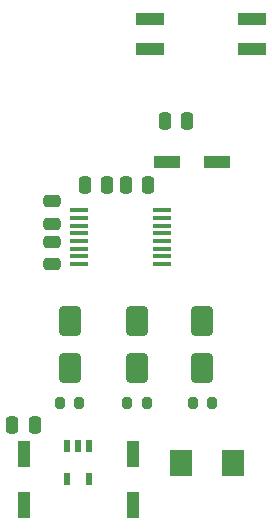
<source format=gbr>
%TF.GenerationSoftware,KiCad,Pcbnew,7.0.9*%
%TF.CreationDate,2024-01-09T17:40:00-08:00*%
%TF.ProjectId,RS-232 Logger,52532d32-3332-4204-9c6f-676765722e6b,rev?*%
%TF.SameCoordinates,Original*%
%TF.FileFunction,Paste,Top*%
%TF.FilePolarity,Positive*%
%FSLAX46Y46*%
G04 Gerber Fmt 4.6, Leading zero omitted, Abs format (unit mm)*
G04 Created by KiCad (PCBNEW 7.0.9) date 2024-01-09 17:40:00*
%MOMM*%
%LPD*%
G01*
G04 APERTURE LIST*
G04 Aperture macros list*
%AMRoundRect*
0 Rectangle with rounded corners*
0 $1 Rounding radius*
0 $2 $3 $4 $5 $6 $7 $8 $9 X,Y pos of 4 corners*
0 Add a 4 corners polygon primitive as box body*
4,1,4,$2,$3,$4,$5,$6,$7,$8,$9,$2,$3,0*
0 Add four circle primitives for the rounded corners*
1,1,$1+$1,$2,$3*
1,1,$1+$1,$4,$5*
1,1,$1+$1,$6,$7*
1,1,$1+$1,$8,$9*
0 Add four rect primitives between the rounded corners*
20,1,$1+$1,$2,$3,$4,$5,0*
20,1,$1+$1,$4,$5,$6,$7,0*
20,1,$1+$1,$6,$7,$8,$9,0*
20,1,$1+$1,$8,$9,$2,$3,0*%
G04 Aperture macros list end*
%ADD10RoundRect,0.250000X-0.475000X0.250000X-0.475000X-0.250000X0.475000X-0.250000X0.475000X0.250000X0*%
%ADD11R,0.599999X1.000000*%
%ADD12RoundRect,0.250000X-0.250000X-0.475000X0.250000X-0.475000X0.250000X0.475000X-0.250000X0.475000X0*%
%ADD13RoundRect,0.250000X0.250000X0.475000X-0.250000X0.475000X-0.250000X-0.475000X0.250000X-0.475000X0*%
%ADD14RoundRect,0.250000X-0.650000X1.000000X-0.650000X-1.000000X0.650000X-1.000000X0.650000X1.000000X0*%
%ADD15RoundRect,0.200000X0.200000X0.275000X-0.200000X0.275000X-0.200000X-0.275000X0.200000X-0.275000X0*%
%ADD16R,1.609999X0.430000*%
%ADD17R,1.136599X2.177999*%
%ADD18R,2.177999X1.136599*%
%ADD19R,2.440000X1.120000*%
%ADD20R,1.879600X2.260600*%
G04 APERTURE END LIST*
D10*
%TO.C,C2*%
X40538400Y-54320400D03*
X40538400Y-56220400D03*
%TD*%
D11*
%TO.C,U2*%
X43672801Y-71624599D03*
X42722800Y-71624599D03*
X41772802Y-71624599D03*
X41772802Y-74374599D03*
X43672801Y-74374599D03*
%TD*%
D12*
%TO.C,C3*%
X43296800Y-49530000D03*
X45196800Y-49530000D03*
%TD*%
%TO.C,C6*%
X50053200Y-44094400D03*
X51953200Y-44094400D03*
%TD*%
D10*
%TO.C,C1*%
X40538400Y-50916800D03*
X40538400Y-52816800D03*
%TD*%
D13*
%TO.C,C8*%
X39050000Y-69850000D03*
X37150000Y-69850000D03*
%TD*%
D14*
%TO.C,D2*%
X53225200Y-61042800D03*
X53225200Y-65042800D03*
%TD*%
D15*
%TO.C,R1*%
X54050200Y-67970400D03*
X52400200Y-67970400D03*
%TD*%
D16*
%TO.C,U1*%
X42824203Y-51674601D03*
X42824203Y-52324599D03*
X42824203Y-52974601D03*
X42824203Y-53624599D03*
X42824203Y-54274598D03*
X42824203Y-54924599D03*
X42824203Y-55574598D03*
X42824203Y-56224599D03*
X49814201Y-56224599D03*
X49814201Y-55574601D03*
X49814201Y-54924599D03*
X49814201Y-54274601D03*
X49814201Y-53624602D03*
X49814201Y-52974601D03*
X49814201Y-52324602D03*
X49814201Y-51674601D03*
%TD*%
D17*
%TO.C,C7*%
X47345600Y-72267801D03*
X47345600Y-76576199D03*
%TD*%
D15*
%TO.C,R2*%
X48513000Y-67970400D03*
X46863000Y-67970400D03*
%TD*%
D17*
%TO.C,C9*%
X38100000Y-72267801D03*
X38100000Y-76576199D03*
%TD*%
D18*
%TO.C,C5*%
X50200002Y-47599600D03*
X54508400Y-47599600D03*
%TD*%
D19*
%TO.C,SW1*%
X48806400Y-35509200D03*
X48806400Y-38049200D03*
X57416400Y-38049200D03*
X57416400Y-35509200D03*
%TD*%
D20*
%TO.C,D1*%
X51435000Y-73101200D03*
X55854600Y-73101200D03*
%TD*%
D14*
%TO.C,D3*%
X47688000Y-61042800D03*
X47688000Y-65042800D03*
%TD*%
%TO.C,D4*%
X41999400Y-61042800D03*
X41999400Y-65042800D03*
%TD*%
D13*
%TO.C,C4*%
X48666400Y-49530000D03*
X46766400Y-49530000D03*
%TD*%
D15*
%TO.C,R3*%
X42824400Y-67970400D03*
X41174400Y-67970400D03*
%TD*%
M02*

</source>
